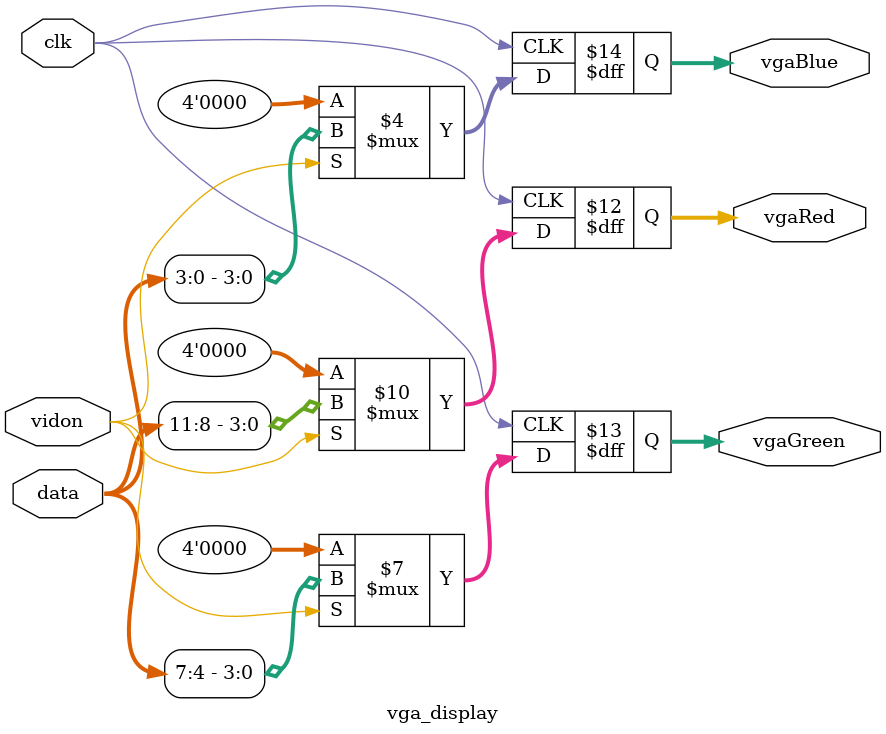
<source format=v>
`timescale 1ns / 1ps
module vga_display(
			input wire clk,
			input wire vidon,
			input	wire [11:0] data,
			output reg [3:0] vgaRed,
			output reg [3:0] vgaGreen,
			output reg [3:0] vgaBlue
    );
 
	always @(posedge clk)
	begin
		if (vidon == 1)
		begin
			vgaRed <= data[11:8];
			vgaGreen <= data[7:4];
			vgaBlue <= data[3:0];
		end
		else
		begin
			vgaRed <= 0;
			vgaGreen <= 0;
			vgaBlue <= 0;
		end
	end

endmodule

</source>
